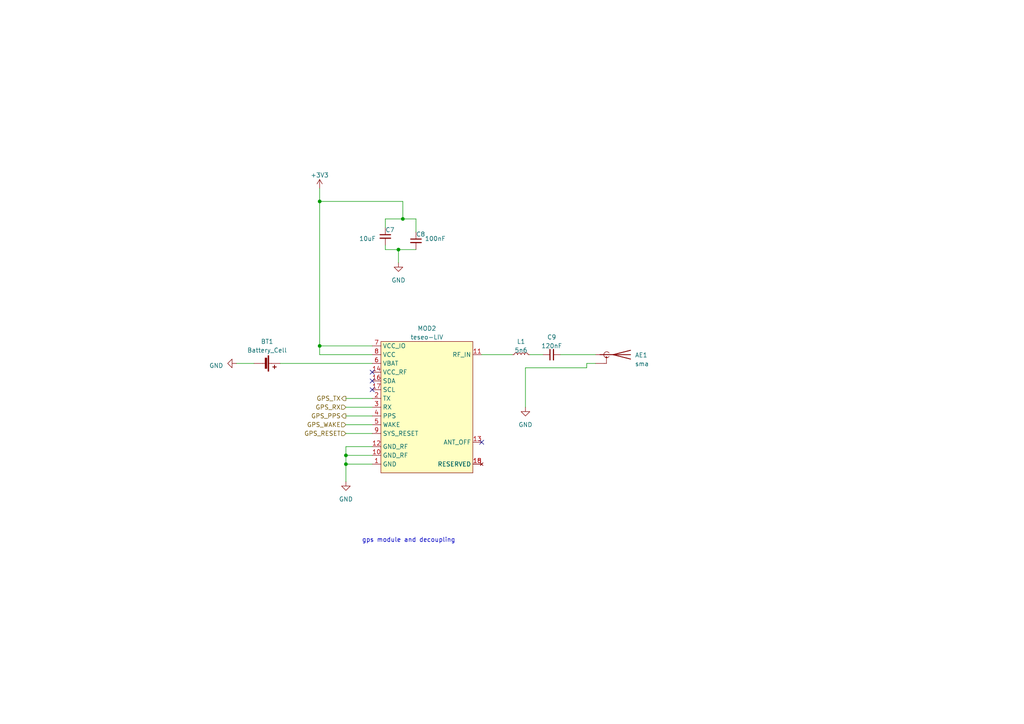
<source format=kicad_sch>
(kicad_sch (version 20210621) (generator eeschema)
  (paper "A4")
  (lib_symbols
    (symbol "Device:Antenna_Shield" (pin_numbers hide) (pin_names (offset 1.016) hide)
      (property "Reference" "AE" (at -1.905 4.445 0))
      (property "Value" "Antenna_Shield" (at -1.905 2.54 0))
      (symbol "Antenna_Shield_0_1"
        (arc (start 0 -2.667) (end -0.508 -1.143) (radius (at -0.0254 -1.8542) (length 0.8128) (angles -88.2 124.2)))
        (arc (start 0 -2.667) (end 0.508 -1.143) (radius (at 0.0254 -1.8542) (length 0.8128) (angles -91.8 55.8)))
        (circle (center 0.762 -1.905) (radius 0.1778) (fill (type outline)))
        (polyline (pts (xy 0 -2.54) (xy 0 0)))
        (polyline (pts (xy 0 5.08) (xy 0 -3.81)) (stroke (width 0.254)))
        (polyline (pts (xy 0.762 -1.905) (xy 2.54 -1.905)))
        (polyline (pts (xy 2.54 -2.54) (xy 2.54 -1.905)))
        (polyline (pts (xy 1.27 5.08) (xy 0 0) (xy -1.27 5.08)) (stroke (width 0.254)))
      )
      (symbol "Antenna_Shield_1_1"
        (pin input line (at 0 -5.08 90) (length 2.54) (name "A") (number "1"))
        (pin input line (at 2.54 -5.08 90) (length 2.54) (name "Shield") (number "2"))
      )
    )
    (symbol "Device:Battery_Cell" (pin_numbers hide) (pin_names (offset 0) hide)
      (property "Reference" "BT" (at 2.54 2.54 0))
      (property "Value" "Battery_Cell" (at 2.54 0 0))
      (symbol "Battery_Cell_0_1"
        (rectangle (start -2.286 1.778) (end 2.286 1.524) (fill (type outline)))
        (rectangle (start -1.5748 1.1938) (end 1.4732 0.6858) (fill (type outline)))
        (polyline (pts (xy 0 0.762) (xy 0 0)))
        (polyline (pts (xy 0 1.778) (xy 0 2.54)))
        (polyline (pts (xy 0.508 3.429) (xy 1.524 3.429)) (stroke (width 0.254)))
        (polyline (pts (xy 1.016 3.937) (xy 1.016 2.921)) (stroke (width 0.254)))
      )
      (symbol "Battery_Cell_1_1"
        (pin passive line (at 0 5.08 270) (length 2.54) (name "+") (number "1"))
        (pin passive line (at 0 -2.54 90) (length 2.54) (name "-") (number "2"))
      )
    )
    (symbol "Device:C_Small" (pin_numbers hide) (pin_names (offset 0.254) hide)
      (property "Reference" "C" (at 0.254 1.778 0))
      (property "Value" "C_Small" (at 0.254 -2.032 0))
      (symbol "C_Small_0_1"
        (polyline (pts (xy -1.524 -0.508) (xy 1.524 -0.508)) (stroke (width 0.3302)))
        (polyline (pts (xy -1.524 0.508) (xy 1.524 0.508)) (stroke (width 0.3048)))
      )
      (symbol "C_Small_1_1"
        (pin passive line (at 0 2.54 270) (length 2.032) (name "~") (number "1"))
        (pin passive line (at 0 -2.54 90) (length 2.032) (name "~") (number "2"))
      )
    )
    (symbol "Device:L_Small" (pin_numbers hide) (pin_names (offset 0.254) hide)
      (property "Reference" "L" (at 0.762 1.016 0))
      (property "Value" "L_Small" (at 0.762 -1.016 0))
      (symbol "L_Small_0_1"
        (arc (start 0 -2.032) (end 0 -1.016) (radius (at 0 -1.524) (length 0.508) (angles -89.9 89.9)))
        (arc (start 0 -1.016) (end 0 0) (radius (at 0 -0.508) (length 0.508) (angles -89.9 89.9)))
        (arc (start 0 0) (end 0 1.016) (radius (at 0 0.508) (length 0.508) (angles -89.9 89.9)))
        (arc (start 0 1.016) (end 0 2.032) (radius (at 0 1.524) (length 0.508) (angles -89.9 89.9)))
      )
      (symbol "L_Small_1_1"
        (pin passive line (at 0 2.54 270) (length 0.508) (name "~") (number "1"))
        (pin passive line (at 0 -2.54 90) (length 0.508) (name "~") (number "2"))
      )
    )
    (symbol "modulles:teseo-LIV"
      (property "Reference" "MOD" (at 12.7 -16.51 0))
      (property "Value" "teseo-LIV" (at 12.7 -21.59 0))
      (symbol "teseo-LIV_0_1"
        (rectangle (start 0 1.27) (end 26.67 -36.83) (stroke (width 0.1524)) (fill (type background)))
      )
      (symbol "teseo-LIV_1_1"
        (pin power_out line (at -2.54 -34.29 0) (length 2.54) (name "GND") (number "1"))
        (pin power_out line (at -2.54 -31.75 0) (length 2.54) (name "GND_RF") (number "10"))
        (pin input line (at 29.21 -2.54 180) (length 2.54) (name "RF_IN") (number "11"))
        (pin power_out line (at -2.54 -29.21 0) (length 2.54) (name "GND_RF") (number "12"))
        (pin output line (at 29.21 -27.94 180) (length 2.54) (name "ANT_OFF") (number "13"))
        (pin power_in line (at -2.54 -7.62 0) (length 2.54) (name "VCC_RF") (number "14"))
        (pin no_connect line (at 29.21 -34.29 180) (length 2.54) (name "RESERVED") (number "15"))
        (pin bidirectional line (at -2.54 -10.16 0) (length 2.54) (name "SDA") (number "16"))
        (pin bidirectional line (at -2.54 -12.7 0) (length 2.54) (name "SCL") (number "17"))
        (pin no_connect line (at 29.21 -34.29 180) (length 2.54) (name "RESERVED") (number "18"))
        (pin output line (at -2.54 -15.24 0) (length 2.54) (name "TX") (number "2"))
        (pin input line (at -2.54 -17.78 0) (length 2.54) (name "RX") (number "3"))
        (pin output line (at -2.54 -20.32 0) (length 2.54) (name "PPS") (number "4"))
        (pin input line (at -2.54 -22.86 0) (length 2.54) (name "WAKE") (number "5"))
        (pin power_in line (at -2.54 -5.08 0) (length 2.54) (name "VBAT") (number "6"))
        (pin power_in line (at -2.54 0 0) (length 2.54) (name "VCC_IO") (number "7"))
        (pin power_in line (at -2.54 -2.54 0) (length 2.54) (name "VCC") (number "8"))
        (pin input line (at -2.54 -25.4 0) (length 2.54) (name "SYS_RESET") (number "9"))
      )
    )
    (symbol "power:+3V3" (power) (pin_names (offset 0))
      (property "Value" "+3V3" (at 0 3.556 0))
      (symbol "+3V3_0_1"
        (polyline (pts (xy -0.762 1.27) (xy 0 2.54)))
        (polyline (pts (xy 0 0) (xy 0 2.54)))
        (polyline (pts (xy 0 2.54) (xy 0.762 1.27)))
      )
      (symbol "+3V3_1_1"
        (pin power_in line (at 0 0 90) (length 0) hide (name "+3V3") (number "1"))
      )
    )
    (symbol "power:GND" (power) (pin_names (offset 0))
      (property "Value" "GND" (at 0 -3.81 0))
      (symbol "GND_0_1"
        (polyline (pts (xy 0 0) (xy 0 -1.27) (xy 1.27 -1.27) (xy 0 -2.54) (xy -1.27 -1.27) (xy 0 -1.27)))
      )
      (symbol "GND_1_1"
        (pin power_in line (at 0 0 270) (length 0) hide (name "GND") (number "1"))
      )
    )
  )
  (junction (at 92.71 58.42) (diameter 0.9144))
  (junction (at 92.71 100.33) (diameter 0.9144))
  (junction (at 100.33 132.08) (diameter 0.9144))
  (junction (at 100.33 134.62) (diameter 0.9144))
  (junction (at 115.57 72.39) (diameter 0.9144))
  (junction (at 116.84 63.5) (diameter 0.9144))
  (no_connect (at 107.95 107.95))
  (no_connect (at 107.95 110.49))
  (no_connect (at 107.95 113.03))
  (no_connect (at 139.7 128.27))
  (wire (pts (xy 68.58 105.41) (xy 73.66 105.41)))
  (wire (pts (xy 81.28 105.41) (xy 107.95 105.41)))
  (wire (pts (xy 92.71 54.61) (xy 92.71 58.42)))
  (wire (pts (xy 92.71 58.42) (xy 92.71 100.33)))
  (wire (pts (xy 92.71 100.33) (xy 92.71 102.87)))
  (wire (pts (xy 92.71 102.87) (xy 107.95 102.87)))
  (wire (pts (xy 100.33 115.57) (xy 107.95 115.57)))
  (wire (pts (xy 100.33 118.11) (xy 107.95 118.11)))
  (wire (pts (xy 100.33 120.65) (xy 107.95 120.65)))
  (wire (pts (xy 100.33 123.19) (xy 107.95 123.19)))
  (wire (pts (xy 100.33 125.73) (xy 107.95 125.73)))
  (wire (pts (xy 100.33 129.54) (xy 107.95 129.54)))
  (wire (pts (xy 100.33 132.08) (xy 100.33 129.54)))
  (wire (pts (xy 100.33 132.08) (xy 107.95 132.08)))
  (wire (pts (xy 100.33 134.62) (xy 100.33 132.08)))
  (wire (pts (xy 100.33 134.62) (xy 107.95 134.62)))
  (wire (pts (xy 100.33 139.7) (xy 100.33 134.62)))
  (wire (pts (xy 107.95 100.33) (xy 92.71 100.33)))
  (wire (pts (xy 111.76 63.5) (xy 111.76 66.04)))
  (wire (pts (xy 111.76 63.5) (xy 116.84 63.5)))
  (wire (pts (xy 111.76 71.12) (xy 111.76 72.39)))
  (wire (pts (xy 111.76 72.39) (xy 115.57 72.39)))
  (wire (pts (xy 115.57 72.39) (xy 120.65 72.39)))
  (wire (pts (xy 115.57 76.2) (xy 115.57 72.39)))
  (wire (pts (xy 116.84 58.42) (xy 92.71 58.42)))
  (wire (pts (xy 116.84 63.5) (xy 116.84 58.42)))
  (wire (pts (xy 116.84 63.5) (xy 120.65 63.5)))
  (wire (pts (xy 120.65 63.5) (xy 120.65 67.31)))
  (wire (pts (xy 139.7 102.87) (xy 148.59 102.87)))
  (wire (pts (xy 152.4 106.68) (xy 152.4 118.11)))
  (wire (pts (xy 153.67 102.87) (xy 157.48 102.87)))
  (wire (pts (xy 162.56 102.87) (xy 172.72 102.87)))
  (wire (pts (xy 170.18 105.41) (xy 170.18 106.68)))
  (wire (pts (xy 170.18 106.68) (xy 152.4 106.68)))
  (wire (pts (xy 172.72 105.41) (xy 170.18 105.41)))
  (text "gps module and decoupling\n" (at 132.08 157.48 180) (effects (font (size 1.27 1.27)) (justify right bottom)))
  (hierarchical_label "GPS_TX" (shape output) (at 100.33 115.57 180))
  (hierarchical_label "GPS_RX" (shape input) (at 100.33 118.11 180))
  (hierarchical_label "GPS_PPS" (shape output) (at 100.33 120.65 180))
  (hierarchical_label "GPS_WAKE" (shape input) (at 100.33 123.19 180))
  (hierarchical_label "GPS_RESET" (shape input) (at 100.33 125.73 180))
  (symbol (lib_id "power:+3V3") (at 92.71 54.61 0) (unit 1)
    (property "Reference" "#PWR0125" (effects hide))
    (property "Value" "+3V3" (at 92.71 50.8 0))
  )
  (symbol (lib_id "Device:L_Small") (at 151.13 102.87 90) (unit 1)
    (property "Reference" "L1" (at 151.13 99.06 90))
    (property "Value" "5n6" (at 151.13 101.6 90))
    (property "Footprint" "vanalles:0603" (effects hide))
  )
  (symbol (lib_id "power:GND") (at 68.58 105.41 270) (unit 1)
    (property "Reference" "#PWR0130" (effects hide))
    (property "Value" "GND" (at 64.77 106.0449 90) (effects (justify right)))
  )
  (symbol (lib_id "power:GND") (at 100.33 139.7 0) (unit 1)
    (property "Reference" "#PWR0127" (effects hide))
    (property "Value" "GND" (at 100.33 144.78 0))
  )
  (symbol (lib_id "power:GND") (at 115.57 76.2 0) (unit 1)
    (property "Reference" "#PWR0129" (effects hide))
    (property "Value" "GND" (at 115.57 81.28 0))
  )
  (symbol (lib_id "power:GND") (at 152.4 118.11 0) (unit 1)
    (property "Reference" "#PWR0126" (effects hide))
    (property "Value" "GND" (at 152.4 123.19 0))
  )
  (symbol (lib_id "Device:C_Small") (at 111.76 68.58 0) (unit 1)
    (property "Reference" "C7" (at 111.76 66.6749 0) (effects (justify left)))
    (property "Value" "10uF" (at 104.14 69.2149 0) (effects (justify left)))
    (property "Footprint" "vanalles:0603" (effects hide))
  )
  (symbol (lib_id "Device:C_Small") (at 120.65 69.85 0) (unit 1)
    (property "Reference" "C8" (at 120.65 67.9449 0) (effects (justify left)))
    (property "Value" "100nF" (at 123.19 69.2149 0) (effects (justify left)))
    (property "Footprint" "vanalles:0603" (effects hide))
  )
  (symbol (lib_id "Device:C_Small") (at 160.02 102.87 90) (unit 1)
    (property "Reference" "C9" (at 160.02 97.79 90))
    (property "Value" "120nF" (at 160.02 100.33 90))
    (property "Footprint" "vanalles:0603" (effects hide))
  )
  (symbol (lib_id "Device:Battery_Cell") (at 76.2 105.41 270) (unit 1)
    (property "Reference" "BT1" (at 77.47 99.06 90))
    (property "Value" "Battery_Cell" (at 77.47 101.6 90))
    (property "Footprint" "vanalles:3012TR" (effects hide))
  )
  (symbol (lib_id "Device:Antenna_Shield") (at 177.8 102.87 270) (unit 1)
    (property "Reference" "AE1" (at 184.15 102.9969 90) (effects (justify left)))
    (property "Value" "sma" (at 184.15 105.5369 90) (effects (justify left)))
    (property "Footprint" "connectors_user:ufl connector" (effects hide))
  )
  (symbol (lib_id "modulles:teseo-LIV") (at 110.49 100.33 0) (unit 1)
    (property "Reference" "MOD2" (at 123.825 95.25 0))
    (property "Value" "teseo-LIV" (at 123.825 97.79 0))
    (property "Footprint" "Module:SON_STM_TESEO-LIV3R" (effects hide))
  )
)
</source>
